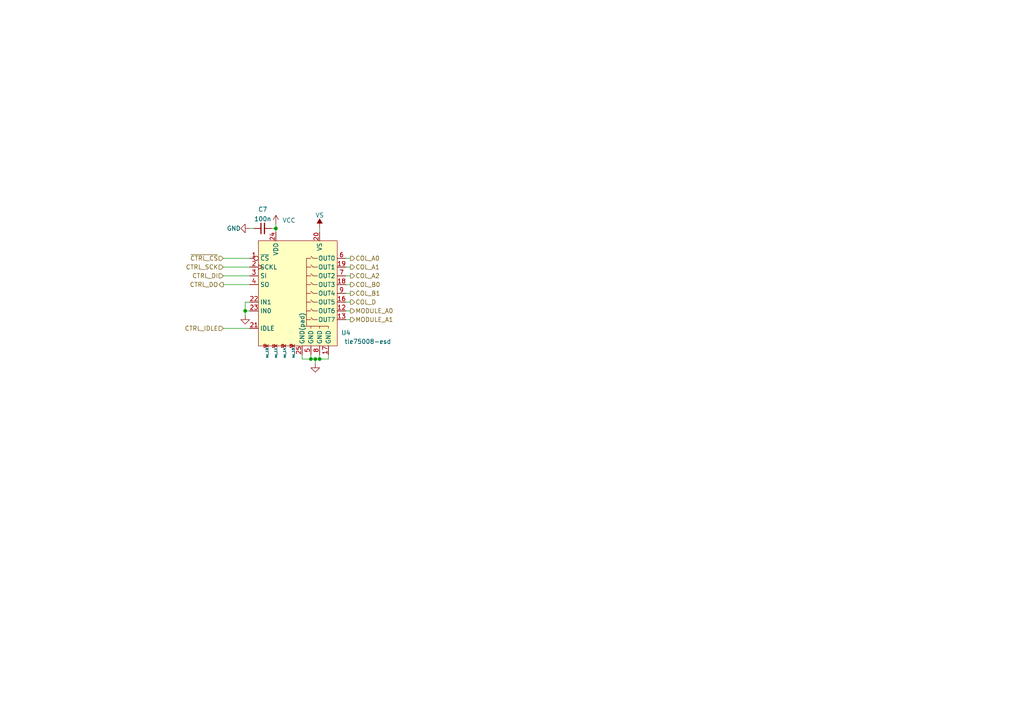
<source format=kicad_sch>
(kicad_sch (version 20210621) (generator eeschema)
  (paper "A4")
  (lib_symbols
    (symbol "Device:C_Small" (pin_numbers hide) (pin_names (offset 0.254) hide)
      (property "Reference" "C" (at 0.254 1.778 0))
      (property "Value" "C_Small" (at 0.254 -2.032 0))
      (symbol "C_Small_0_1"
        (polyline (pts (xy -1.524 -0.508) (xy 1.524 -0.508)) (stroke (width 0.3302)))
        (polyline (pts (xy -1.524 0.508) (xy 1.524 0.508)) (stroke (width 0.3048)))
      )
      (symbol "C_Small_1_1"
        (pin passive line (at 0 2.54 270) (length 2.032) (name "~") (number "1"))
        (pin passive line (at 0 -2.54 90) (length 2.032) (name "~") (number "2"))
      )
    )
    (symbol "power:GND" (power) (pin_names (offset 0))
      (property "Value" "GND" (at 0 -3.81 0))
      (symbol "GND_0_1"
        (polyline (pts (xy 0 0) (xy 0 -1.27) (xy 1.27 -1.27) (xy 0 -2.54) (xy -1.27 -1.27) (xy 0 -1.27)))
      )
      (symbol "GND_1_1"
        (pin power_in line (at 0 0 270) (length 0) hide (name "GND") (number "1"))
      )
    )
    (symbol "power:VCC" (power) (pin_names (offset 0))
      (property "Value" "VCC" (at 0 3.81 0))
      (symbol "VCC_0_1"
        (polyline (pts (xy -0.762 1.27) (xy 0 2.54)))
        (polyline (pts (xy 0 0) (xy 0 2.54)))
        (polyline (pts (xy 0 2.54) (xy 0.762 1.27)))
      )
      (symbol "VCC_1_1"
        (pin power_in line (at 0 0 90) (length 0) hide (name "VCC") (number "1"))
      )
    )
    (symbol "power:VS" (power) (pin_names (offset 0))
      (property "Value" "VS" (at 0 3.81 0))
      (symbol "VS_0_1"
        (polyline (pts (xy 0 0) (xy 0 2.54)))
        (polyline (pts (xy 0.762 1.27) (xy -0.762 1.27) (xy 0 2.54) (xy 0.762 1.27)) (fill (type outline)))
      )
      (symbol "VS_1_1"
        (pin power_in line (at 0 0 90) (length 0) hide (name "VS") (number "1"))
      )
    )
    (symbol "vogelchr_ic:tle75008-esd"
      (property "Reference" "U" (at 12.7 -15.24 0))
      (property "Value" "tle75008-esd" (at 16.51 -17.78 0))
      (symbol "tle75008-esd_0_1"
        (rectangle (start -11.43 15.24) (end 11.43 -15.24) (stroke (width 0.1524)) (fill (type background)))
        (polyline (pts (xy 3.81 -9.525) (xy 3.81 -10.16)) (stroke (width 0.1524)))
        (polyline (pts (xy 3.81 -7.62) (xy 2.54 -7.62)) (stroke (width 0.1524)))
        (polyline (pts (xy 3.81 -5.08) (xy 2.54 -5.08)) (stroke (width 0.1524)))
        (polyline (pts (xy 3.81 -2.54) (xy 2.54 -2.54)) (stroke (width 0.1524)))
        (polyline (pts (xy 3.81 0) (xy 2.54 0)) (stroke (width 0.1524)))
        (polyline (pts (xy 3.81 2.54) (xy 2.54 2.54)) (stroke (width 0.1524)))
        (polyline (pts (xy 3.81 5.08) (xy 2.54 5.08)) (stroke (width 0.1524)))
        (polyline (pts (xy 3.81 7.62) (xy 2.54 7.62)) (stroke (width 0.1524)))
        (polyline (pts (xy 3.81 10.16) (xy 2.54 10.16)) (stroke (width 0.1524)))
        (polyline (pts (xy 3.81 -9.525) (xy 2.54 -9.525) (xy 2.54 10.16)) (stroke (width 0.1524)))
        (polyline (pts (xy 3.81 -9.525) (xy 6.35 -9.525) (xy 6.35 -10.16)) (stroke (width 0.1524)))
        (polyline (pts (xy 5.715 -7.62) (xy 4.445 -7.62) (xy 3.81 -6.985)) (stroke (width 0.1524)))
        (polyline (pts (xy 5.715 -5.08) (xy 4.445 -5.08) (xy 3.81 -4.445)) (stroke (width 0.1524)))
        (polyline (pts (xy 5.715 -2.54) (xy 4.445 -2.54) (xy 3.81 -1.905)) (stroke (width 0.1524)))
        (polyline (pts (xy 5.715 0) (xy 4.445 0) (xy 3.81 0.635)) (stroke (width 0.1524)))
        (polyline (pts (xy 5.715 2.54) (xy 4.445 2.54) (xy 3.81 3.175)) (stroke (width 0.1524)))
        (polyline (pts (xy 5.715 5.08) (xy 4.445 5.08) (xy 3.81 5.715)) (stroke (width 0.1524)))
        (polyline (pts (xy 5.715 7.62) (xy 4.445 7.62) (xy 3.81 8.255)) (stroke (width 0.1524)))
        (polyline (pts (xy 5.715 10.16) (xy 4.445 10.16) (xy 3.81 10.795)) (stroke (width 0.1524)))
        (polyline (pts (xy 8.89 -10.16) (xy 8.89 -9.525) (xy 6.35 -9.525)) (stroke (width 0.1524)))
      )
      (symbol "tle75008-esd_1_1"
        (pin input inverted (at -13.97 10.16 0) (length 2.54) (name "~{CS}") (number "1"))
        (pin no_connect line (at -8.89 -15.24 270) (length 0) (name "nc_10") (number "10"))
        (pin no_connect line (at -6.35 -15.24 270) (length 0) (name "nc_11") (number "11"))
        (pin output line (at 13.97 -5.08 180) (length 2.54) (name "OUT6") (number "12"))
        (pin output line (at 13.97 -7.62 180) (length 2.54) (name "OUT7") (number "13"))
        (pin no_connect line (at -3.81 -15.24 270) (length 0) (name "nc_14") (number "14"))
        (pin no_connect line (at -1.27 -15.24 270) (length 0) (name "nc_15") (number "15"))
        (pin output line (at 13.97 -2.54 180) (length 2.54) (name "OUT5") (number "16"))
        (pin power_in line (at 8.89 -17.78 90) (length 2.54) (name "GND") (number "17"))
        (pin output line (at 13.97 2.54 180) (length 2.54) (name "OUT3") (number "18"))
        (pin output line (at 13.97 7.62 180) (length 2.54) (name "OUT1") (number "19"))
        (pin input clock (at -13.97 7.62 0) (length 2.54) (name "SCKL") (number "2"))
        (pin power_in line (at 6.35 17.78 270) (length 2.54) (name "VS") (number "20"))
        (pin input line (at -13.97 -10.16 0) (length 2.54) (name "IDLE") (number "21"))
        (pin input line (at -13.97 -2.54 0) (length 2.54) (name "IN1") (number "22"))
        (pin input line (at -13.97 -5.08 0) (length 2.54) (name "IN0") (number "23"))
        (pin power_in line (at -6.35 17.78 270) (length 2.54) (name "VDD") (number "24"))
        (pin power_in line (at 1.27 -17.78 90) (length 2.54) (name "GND(pad)") (number "25"))
        (pin input line (at -13.97 5.08 0) (length 2.54) (name "SI") (number "3"))
        (pin tri_state line (at -13.97 2.54 0) (length 2.54) (name "SO") (number "4"))
        (pin power_in line (at 3.81 -17.78 90) (length 2.54) (name "GND") (number "5"))
        (pin output line (at 13.97 10.16 180) (length 2.54) (name "OUT0") (number "6"))
        (pin output line (at 13.97 5.08 180) (length 2.54) (name "OUT2") (number "7"))
        (pin power_in line (at 6.35 -17.78 90) (length 2.54) (name "GND") (number "8"))
        (pin output line (at 13.97 0 180) (length 2.54) (name "OUT4") (number "9"))
      )
    )
  )
  (junction (at 92.71 104.14))
  (junction (at 91.44 104.14))
  (junction (at 90.17 104.14))
  (junction (at 80.01 66.2536))
  (junction (at 71.12 90.17))
  (wire (pts (xy 100.33 82.55) (xy 101.6 82.55)))
  (wire (pts (xy 64.77 77.47) (xy 72.39 77.47)))
  (wire (pts (xy 64.77 74.93) (xy 72.39 74.93)))
  (wire (pts (xy 100.33 87.63) (xy 101.6 87.63)))
  (wire (pts (xy 78.74 66.2536) (xy 80.01 66.2536)))
  (wire (pts (xy 80.01 66.2536) (xy 80.01 67.31)))
  (wire (pts (xy 80.01 64.9836) (xy 80.01 66.2536)))
  (wire (pts (xy 100.33 77.47) (xy 101.6 77.47)))
  (wire (pts (xy 87.63 102.87) (xy 87.63 104.14)))
  (wire (pts (xy 87.63 104.14) (xy 90.17 104.14)))
  (wire (pts (xy 90.17 104.14) (xy 91.44 104.14)))
  (wire (pts (xy 91.44 104.14) (xy 91.44 105.41)))
  (wire (pts (xy 64.77 95.25) (xy 72.39 95.25)))
  (wire (pts (xy 64.77 82.55) (xy 72.39 82.55)))
  (wire (pts (xy 71.12 87.63) (xy 72.39 87.63)))
  (wire (pts (xy 71.12 90.17) (xy 71.12 87.63)))
  (wire (pts (xy 71.12 91.44) (xy 71.12 90.17)))
  (wire (pts (xy 72.39 66.2536) (xy 73.66 66.2536)))
  (wire (pts (xy 100.33 80.01) (xy 101.6 80.01)))
  (wire (pts (xy 100.33 92.71) (xy 101.6 92.71)))
  (wire (pts (xy 92.71 66.04) (xy 92.71 67.31)))
  (wire (pts (xy 92.71 102.87) (xy 92.71 104.14)))
  (wire (pts (xy 90.17 102.87) (xy 90.17 104.14)))
  (wire (pts (xy 71.12 90.17) (xy 72.39 90.17)))
  (wire (pts (xy 100.33 85.09) (xy 101.6 85.09)))
  (wire (pts (xy 100.33 90.17) (xy 101.6 90.17)))
  (wire (pts (xy 64.77 80.01) (xy 72.39 80.01)))
  (wire (pts (xy 92.71 104.14) (xy 95.25 104.14)))
  (wire (pts (xy 95.25 102.87) (xy 95.25 104.14)))
  (wire (pts (xy 91.44 104.14) (xy 92.71 104.14)))
  (wire (pts (xy 100.33 74.93) (xy 101.6 74.93)))
  (hierarchical_label "COL_A0" (shape output) (at 101.6 74.93 0))
  (hierarchical_label "CTRL_DO" (shape output) (at 64.77 82.55 180))
  (hierarchical_label "MODULE_A1" (shape output) (at 101.6 92.71 0))
  (hierarchical_label "COL_D" (shape output) (at 101.6 87.63 0))
  (hierarchical_label "~{CTRL_CS}" (shape input) (at 64.77 74.93 180))
  (hierarchical_label "COL_B1" (shape output) (at 101.6 85.09 0))
  (hierarchical_label "COL_A1" (shape output) (at 101.6 77.47 0))
  (hierarchical_label "CTRL_DI" (shape input) (at 64.77 80.01 180))
  (hierarchical_label "CTRL_SCK" (shape input) (at 64.77 77.47 180))
  (hierarchical_label "COL_A2" (shape output) (at 101.6 80.01 0))
  (hierarchical_label "COL_B0" (shape output) (at 101.6 82.55 0))
  (hierarchical_label "MODULE_A0" (shape output) (at 101.6 90.17 0))
  (hierarchical_label "CTRL_IDLE" (shape input) (at 64.77 95.25 180))
  (symbol (lib_id "power:VS") (at 92.71 66.04 0) (unit 1)
    (property "Reference" "#PWR0120" (effects hide))
    (property "Value" "VS" (at 92.71 62.4355 0))
  )
  (symbol (lib_id "vogelchr_ic:tle75008-esd") (at 86.36 85.09 0) (unit 1)
    (property "Reference" "U4" (at 100.33 96.52 0))
    (property "Value" "tle75008-esd" (at 106.68 99.06 0))
    (property "Footprint" "vogelchr_package_so:Infineon-PG-TSDSO-24-51" (effects hide))
    (property "Datasheet" "https://www.infineon.com/dgdl/Infineon-TLE75008-ESD-DataSheet-v01_10-EN.pdf?fileId=5546d4626102d35a01610988ad8e78eb" (effects hide))
  )
  (symbol (lib_id "power:VCC") (at 80.01 64.9836 0) (unit 1)
    (property "Reference" "#PWR0157" (effects hide))
    (property "Value" "VCC" (at 83.82 63.919 0))
  )
  (symbol (lib_id "Device:C_Small") (at 76.2 66.2536 90) (unit 1)
    (property "Reference" "C7" (at 76.2 60.7249 90))
    (property "Value" "100n" (at 76.2 63.5 90))
    (property "Footprint" "Capacitor_SMD:C_0603_1608Metric" (effects hide))
  )
  (symbol (lib_id "power:GND") (at 91.44 105.41 0) (unit 1)
    (property "Reference" "#PWR0121" (effects hide))
    (property "Value" "GND" (effects hide))
  )
  (symbol (lib_id "power:GND") (at 72.39 66.2536 270) (unit 1)
    (property "Reference" "#PWR0154" (effects hide))
    (property "Value" "GND" (at 69.85 66.2536 90) (effects (justify right)))
  )
  (symbol (lib_id "power:GND") (at 71.12 91.44 0) (unit 1)
    (property "Reference" "#PWR0119" (effects hide))
    (property "Value" "GND" (effects hide))
  )
)
</source>
